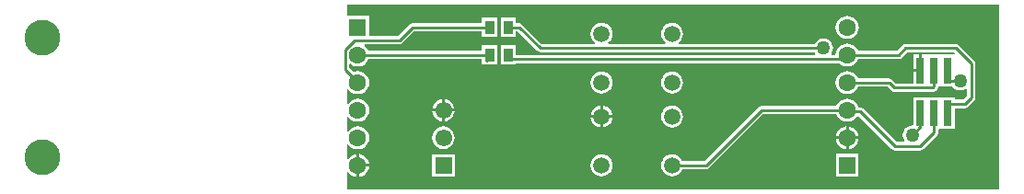
<source format=gtl>
G04*
G04 #@! TF.GenerationSoftware,Altium Limited,Altium Designer,19.0.15 (446)*
G04*
G04 Layer_Physical_Order=1*
G04 Layer_Color=255*
%FSLAX25Y25*%
%MOIN*%
G70*
G01*
G75*
%ADD12C,0.01000*%
%ADD15R,0.02953X0.09449*%
%ADD16R,0.03347X0.05118*%
%ADD26C,0.06102*%
%ADD27R,0.06102X0.06102*%
%ADD28C,0.05906*%
%ADD29C,0.06299*%
%ADD30R,0.06299X0.06299*%
%ADD31C,0.12992*%
%ADD32C,0.05000*%
G36*
X456693Y433071D02*
X220472D01*
Y439304D01*
X220972Y439474D01*
X221450Y438851D01*
X222317Y438186D01*
X223326Y437768D01*
X223909Y437691D01*
Y441811D01*
Y445931D01*
X223326Y445854D01*
X222317Y445436D01*
X221450Y444771D01*
X220972Y444148D01*
X220472Y444318D01*
Y449304D01*
X220972Y449474D01*
X221450Y448851D01*
X222317Y448186D01*
X223326Y447768D01*
X224410Y447626D01*
X225493Y447768D01*
X226502Y448186D01*
X227369Y448851D01*
X228034Y449718D01*
X228452Y450728D01*
X228595Y451811D01*
X228452Y452894D01*
X228034Y453904D01*
X227369Y454771D01*
X226502Y455436D01*
X225493Y455854D01*
X224410Y455996D01*
X223326Y455854D01*
X222317Y455436D01*
X221450Y454771D01*
X220972Y454148D01*
X220472Y454318D01*
Y459304D01*
X220972Y459474D01*
X221450Y458851D01*
X222317Y458186D01*
X223326Y457768D01*
X224410Y457626D01*
X225493Y457768D01*
X226502Y458186D01*
X227369Y458851D01*
X228034Y459718D01*
X228452Y460728D01*
X228595Y461811D01*
X228452Y462894D01*
X228034Y463904D01*
X227369Y464771D01*
X226502Y465436D01*
X225493Y465854D01*
X224410Y465996D01*
X223326Y465854D01*
X222317Y465436D01*
X221450Y464771D01*
X220972Y464148D01*
X220472Y464318D01*
Y469304D01*
X220972Y469474D01*
X221450Y468852D01*
X222317Y468186D01*
X223326Y467768D01*
X224410Y467626D01*
X225493Y467768D01*
X226502Y468186D01*
X227369Y468852D01*
X228034Y469718D01*
X228452Y470728D01*
X228595Y471811D01*
X228452Y472894D01*
X228034Y473904D01*
X227369Y474771D01*
X226502Y475436D01*
X225493Y475854D01*
X224410Y475996D01*
X223326Y475854D01*
X222763Y475621D01*
X221289Y477094D01*
Y478344D01*
X221789Y478591D01*
X222317Y478186D01*
X223326Y477768D01*
X224410Y477626D01*
X225493Y477768D01*
X226502Y478186D01*
X227369Y478852D01*
X228034Y479718D01*
X228268Y480282D01*
X269384D01*
Y479752D01*
X269413Y479604D01*
Y478252D01*
X270766D01*
X270913Y478223D01*
X271061Y478252D01*
X274760D01*
Y485370D01*
X269413D01*
Y483340D01*
X228268D01*
X228034Y483904D01*
X227369Y484771D01*
X226898Y485132D01*
X227068Y485632D01*
X239445D01*
X240030Y485748D01*
X240526Y486080D01*
X244728Y490282D01*
X269413D01*
Y488252D01*
X274760D01*
Y495370D01*
X269413D01*
Y493340D01*
X244094D01*
X243509Y493224D01*
X243013Y492893D01*
X238811Y488691D01*
X228559D01*
Y495961D01*
X220472D01*
Y500000D01*
X456693D01*
Y433071D01*
D02*
G37*
%LPC*%
G36*
X401587Y495996D02*
X400503Y495854D01*
X399494Y495436D01*
X398627Y494771D01*
X397962Y493904D01*
X397544Y492894D01*
X397401Y491811D01*
X397544Y490728D01*
X397962Y489718D01*
X398627Y488851D01*
X399494Y488186D01*
X400503Y487768D01*
X401587Y487626D01*
X402670Y487768D01*
X403679Y488186D01*
X404546Y488851D01*
X405211Y489718D01*
X405629Y490728D01*
X405772Y491811D01*
X405629Y492894D01*
X405211Y493904D01*
X404546Y494771D01*
X403679Y495436D01*
X402670Y495854D01*
X401587Y495996D01*
D02*
G37*
G36*
X281453Y495370D02*
X276106D01*
Y488252D01*
X281453D01*
Y490282D01*
X282300D01*
X289352Y483230D01*
X289848Y482898D01*
X290433Y482782D01*
X389778D01*
X389876Y482546D01*
X390073Y482289D01*
X389852Y481840D01*
X281453D01*
Y485370D01*
X276106D01*
Y478252D01*
X281453D01*
Y478782D01*
X398653D01*
X398705Y478792D01*
X399494Y478186D01*
X400503Y477768D01*
X401587Y477626D01*
X402670Y477768D01*
X403679Y478186D01*
X404546Y478852D01*
X405211Y479718D01*
X405445Y480282D01*
X420175D01*
X420760Y480398D01*
X421257Y480730D01*
X423250Y482723D01*
X440311D01*
X440625Y482409D01*
X440633Y482318D01*
X440304Y481906D01*
X440099Y481906D01*
X436047D01*
X435595Y481906D01*
X435094Y481906D01*
X430594D01*
Y481906D01*
X430547D01*
Y481906D01*
X428571D01*
Y476181D01*
X428071D01*
Y475681D01*
X425595D01*
Y471448D01*
X419333D01*
X417888Y472893D01*
X417392Y473224D01*
X416806Y473340D01*
X405445D01*
X405211Y473904D01*
X404546Y474771D01*
X403679Y475436D01*
X402670Y475854D01*
X401587Y475996D01*
X400503Y475854D01*
X399494Y475436D01*
X398627Y474771D01*
X397962Y473904D01*
X397544Y472894D01*
X397401Y471811D01*
X397544Y470728D01*
X397962Y469718D01*
X398627Y468852D01*
X399494Y468186D01*
X400503Y467768D01*
X401587Y467626D01*
X402670Y467768D01*
X403679Y468186D01*
X404546Y468852D01*
X405211Y469718D01*
X405445Y470282D01*
X416173D01*
X417618Y468837D01*
X418114Y468505D01*
X418699Y468389D01*
X432485D01*
X433070Y468505D01*
X433567Y468837D01*
X434152Y469422D01*
X434484Y469919D01*
X434591Y470457D01*
X435547Y470457D01*
X436047Y470457D01*
X439656D01*
X440004Y470004D01*
X440735Y469443D01*
X441586Y469090D01*
X442500Y468970D01*
X443414Y469090D01*
X444265Y469443D01*
X444522Y469640D01*
X444971Y469419D01*
Y466912D01*
X443663Y465604D01*
X440547D01*
Y466551D01*
X436047D01*
X435595Y466551D01*
X435094Y466551D01*
X430594D01*
Y466551D01*
X430547D01*
Y466551D01*
X425595D01*
Y456613D01*
X425219Y456283D01*
X425197Y456286D01*
X424283Y456166D01*
X423432Y455813D01*
X422701Y455252D01*
X422140Y454521D01*
X421787Y453670D01*
X421667Y452756D01*
X421787Y451842D01*
X422140Y450991D01*
X422337Y450734D01*
X422116Y450285D01*
X419426D01*
X407318Y462393D01*
X406821Y462725D01*
X406236Y462841D01*
X405636D01*
X405629Y462894D01*
X405211Y463904D01*
X404546Y464771D01*
X403679Y465436D01*
X402670Y465854D01*
X401587Y465996D01*
X400503Y465854D01*
X399494Y465436D01*
X398627Y464771D01*
X397962Y463904D01*
X397729Y463340D01*
X370433D01*
X369848Y463224D01*
X369352Y462892D01*
X349800Y443340D01*
X341873D01*
X341681Y443804D01*
X341048Y444630D01*
X340222Y445264D01*
X339260Y445662D01*
X338228Y445798D01*
X337196Y445662D01*
X336235Y445264D01*
X335409Y444630D01*
X334776Y443804D01*
X334377Y442843D01*
X334242Y441811D01*
X334377Y440779D01*
X334776Y439818D01*
X335409Y438992D01*
X336235Y438358D01*
X337196Y437960D01*
X338228Y437824D01*
X339260Y437960D01*
X340222Y438358D01*
X341048Y438992D01*
X341681Y439818D01*
X341873Y440282D01*
X350433D01*
X351018Y440398D01*
X351515Y440730D01*
X371067Y460282D01*
X397729D01*
X397962Y459718D01*
X398627Y458851D01*
X399494Y458186D01*
X400503Y457768D01*
X401587Y457626D01*
X402670Y457768D01*
X403679Y458186D01*
X404546Y458851D01*
X405158Y459649D01*
X405600Y459692D01*
X405700Y459685D01*
X417711Y447675D01*
X418207Y447343D01*
X418792Y447226D01*
X428008D01*
X428593Y447343D01*
X429089Y447675D01*
X434152Y452738D01*
X434484Y453234D01*
X434600Y453819D01*
Y454749D01*
X434954Y455102D01*
X435547Y455102D01*
X436047Y455102D01*
X440547D01*
Y462545D01*
X444296D01*
X444881Y462662D01*
X445377Y462993D01*
X447581Y465197D01*
X447913Y465693D01*
X448029Y466279D01*
Y478697D01*
X447913Y479282D01*
X447581Y479778D01*
X442026Y485333D01*
X441530Y485665D01*
X440945Y485781D01*
X422616D01*
X422031Y485665D01*
X421535Y485333D01*
X419542Y483340D01*
X405445D01*
X405211Y483904D01*
X404546Y484771D01*
X403679Y485436D01*
X402670Y485854D01*
X401587Y485996D01*
X400503Y485854D01*
X399494Y485436D01*
X398627Y484771D01*
X397962Y483904D01*
X397544Y482894D01*
X397405Y481840D01*
X396014D01*
X395793Y482289D01*
X395990Y482546D01*
X396343Y483397D01*
X396463Y484311D01*
X396343Y485225D01*
X395990Y486076D01*
X395429Y486807D01*
X394698Y487368D01*
X393847Y487721D01*
X392933Y487841D01*
X392019Y487721D01*
X391168Y487368D01*
X390437Y486807D01*
X389876Y486076D01*
X389778Y485840D01*
X340738D01*
X340568Y486340D01*
X341048Y486708D01*
X341681Y487534D01*
X342079Y488496D01*
X342215Y489528D01*
X342079Y490559D01*
X341681Y491521D01*
X341048Y492347D01*
X340222Y492980D01*
X339260Y493379D01*
X338228Y493514D01*
X337196Y493379D01*
X336235Y492980D01*
X335409Y492347D01*
X334776Y491521D01*
X334377Y490559D01*
X334242Y489528D01*
X334377Y488496D01*
X334776Y487534D01*
X335409Y486708D01*
X335889Y486340D01*
X335719Y485840D01*
X315147D01*
X314977Y486340D01*
X315457Y486708D01*
X316090Y487534D01*
X316489Y488496D01*
X316625Y489528D01*
X316489Y490559D01*
X316090Y491521D01*
X315457Y492347D01*
X314631Y492980D01*
X313670Y493379D01*
X312638Y493514D01*
X311606Y493379D01*
X310644Y492980D01*
X309819Y492347D01*
X309185Y491521D01*
X308787Y490559D01*
X308651Y489528D01*
X308787Y488496D01*
X309185Y487534D01*
X309819Y486708D01*
X310298Y486340D01*
X310128Y485840D01*
X291067D01*
X284015Y492893D01*
X283518Y493224D01*
X282933Y493340D01*
X281453D01*
Y495370D01*
D02*
G37*
G36*
X427571Y481906D02*
X425595D01*
Y476681D01*
X427571D01*
Y481906D01*
D02*
G37*
G36*
X338228Y475798D02*
X337196Y475662D01*
X336235Y475264D01*
X335409Y474630D01*
X334776Y473804D01*
X334377Y472843D01*
X334242Y471811D01*
X334377Y470779D01*
X334776Y469818D01*
X335409Y468992D01*
X336235Y468358D01*
X337196Y467960D01*
X338228Y467824D01*
X339260Y467960D01*
X340222Y468358D01*
X341048Y468992D01*
X341681Y469818D01*
X342079Y470779D01*
X342215Y471811D01*
X342079Y472843D01*
X341681Y473804D01*
X341048Y474630D01*
X340222Y475264D01*
X339260Y475662D01*
X338228Y475798D01*
D02*
G37*
G36*
X312638D02*
X311606Y475662D01*
X310644Y475264D01*
X309819Y474630D01*
X309185Y473804D01*
X308787Y472843D01*
X308651Y471811D01*
X308787Y470779D01*
X309185Y469818D01*
X309819Y468992D01*
X310644Y468358D01*
X311606Y467960D01*
X312638Y467824D01*
X313670Y467960D01*
X314631Y468358D01*
X315457Y468992D01*
X316090Y469818D01*
X316489Y470779D01*
X316625Y471811D01*
X316489Y472843D01*
X316090Y473804D01*
X315457Y474630D01*
X314631Y475264D01*
X313670Y475662D01*
X312638Y475798D01*
D02*
G37*
G36*
X255933Y465831D02*
Y462311D01*
X259453D01*
X259380Y462869D01*
X258972Y463854D01*
X258322Y464700D01*
X257476Y465350D01*
X256491Y465758D01*
X255933Y465831D01*
D02*
G37*
G36*
X254933Y465831D02*
X254376Y465758D01*
X253390Y465350D01*
X252544Y464700D01*
X251894Y463854D01*
X251486Y462869D01*
X251413Y462311D01*
X254933D01*
Y465831D01*
D02*
G37*
G36*
X313138Y463449D02*
Y460028D01*
X316559D01*
X316489Y460559D01*
X316090Y461521D01*
X315457Y462347D01*
X314631Y462980D01*
X313670Y463379D01*
X313138Y463449D01*
D02*
G37*
G36*
X312138D02*
X311606Y463379D01*
X310644Y462980D01*
X309819Y462347D01*
X309185Y461521D01*
X308787Y460559D01*
X308717Y460028D01*
X312138D01*
Y463449D01*
D02*
G37*
G36*
X259453Y461311D02*
X255933D01*
Y457791D01*
X256491Y457864D01*
X257476Y458272D01*
X258322Y458922D01*
X258972Y459768D01*
X259380Y460753D01*
X259453Y461311D01*
D02*
G37*
G36*
X254933D02*
X251413D01*
X251486Y460753D01*
X251894Y459768D01*
X252544Y458922D01*
X253390Y458272D01*
X254376Y457864D01*
X254933Y457791D01*
Y461311D01*
D02*
G37*
G36*
X316559Y459028D02*
X313138D01*
Y455607D01*
X313670Y455677D01*
X314631Y456075D01*
X315457Y456708D01*
X316090Y457534D01*
X316489Y458496D01*
X316559Y459028D01*
D02*
G37*
G36*
X312138D02*
X308717D01*
X308787Y458496D01*
X309185Y457534D01*
X309819Y456708D01*
X310644Y456075D01*
X311606Y455677D01*
X312138Y455607D01*
Y459028D01*
D02*
G37*
G36*
X338228Y463514D02*
X337196Y463379D01*
X336235Y462980D01*
X335409Y462347D01*
X334776Y461521D01*
X334377Y460559D01*
X334242Y459528D01*
X334377Y458496D01*
X334776Y457534D01*
X335409Y456708D01*
X336235Y456075D01*
X337196Y455677D01*
X338228Y455541D01*
X339260Y455677D01*
X340222Y456075D01*
X341048Y456708D01*
X341681Y457534D01*
X342079Y458496D01*
X342215Y459528D01*
X342079Y460559D01*
X341681Y461521D01*
X341048Y462347D01*
X340222Y462980D01*
X339260Y463379D01*
X338228Y463514D01*
D02*
G37*
G36*
X402087Y455931D02*
Y452311D01*
X405706D01*
X405629Y452894D01*
X405211Y453904D01*
X404546Y454771D01*
X403679Y455436D01*
X402670Y455854D01*
X402087Y455931D01*
D02*
G37*
G36*
X401087Y455931D02*
X400503Y455854D01*
X399494Y455436D01*
X398627Y454771D01*
X397962Y453904D01*
X397544Y452894D01*
X397467Y452311D01*
X401087D01*
Y455931D01*
D02*
G37*
G36*
X255433Y455897D02*
X254376Y455758D01*
X253390Y455350D01*
X252544Y454700D01*
X251894Y453854D01*
X251486Y452869D01*
X251347Y451811D01*
X251486Y450753D01*
X251894Y449768D01*
X252544Y448922D01*
X253390Y448272D01*
X254376Y447864D01*
X255433Y447725D01*
X256491Y447864D01*
X257476Y448272D01*
X258322Y448922D01*
X258972Y449768D01*
X259380Y450753D01*
X259519Y451811D01*
X259380Y452869D01*
X258972Y453854D01*
X258322Y454700D01*
X257476Y455350D01*
X256491Y455758D01*
X255433Y455897D01*
D02*
G37*
G36*
X405706Y451311D02*
X402087D01*
Y447691D01*
X402670Y447768D01*
X403679Y448186D01*
X404546Y448851D01*
X405211Y449718D01*
X405629Y450728D01*
X405706Y451311D01*
D02*
G37*
G36*
X401087D02*
X397467D01*
X397544Y450728D01*
X397962Y449718D01*
X398627Y448851D01*
X399494Y448186D01*
X400503Y447768D01*
X401087Y447691D01*
Y451311D01*
D02*
G37*
G36*
X224909Y445931D02*
Y442311D01*
X228529D01*
X228452Y442894D01*
X228034Y443904D01*
X227369Y444771D01*
X226502Y445436D01*
X225493Y445854D01*
X224909Y445931D01*
D02*
G37*
G36*
X312638Y445798D02*
X311606Y445662D01*
X310644Y445264D01*
X309819Y444630D01*
X309185Y443804D01*
X308787Y442843D01*
X308651Y441811D01*
X308787Y440779D01*
X309185Y439818D01*
X309819Y438992D01*
X310644Y438358D01*
X311606Y437960D01*
X312638Y437824D01*
X313670Y437960D01*
X314631Y438358D01*
X315457Y438992D01*
X316090Y439818D01*
X316489Y440779D01*
X316625Y441811D01*
X316489Y442843D01*
X316090Y443804D01*
X315457Y444630D01*
X314631Y445264D01*
X313670Y445662D01*
X312638Y445798D01*
D02*
G37*
G36*
X259484Y445862D02*
X251382D01*
Y437760D01*
X259484D01*
Y445862D01*
D02*
G37*
G36*
X228529Y441311D02*
X224909D01*
Y437691D01*
X225493Y437768D01*
X226502Y438186D01*
X227369Y438851D01*
X228034Y439718D01*
X228452Y440728D01*
X228529Y441311D01*
D02*
G37*
G36*
X405736Y445961D02*
X397437D01*
Y437661D01*
X405736D01*
Y445961D01*
D02*
G37*
%LPD*%
D12*
X400153Y481811D02*
X420175D01*
X398653Y480311D02*
X400153Y481811D01*
X279953Y480311D02*
X398653D01*
X278780Y481484D02*
X279953Y480311D01*
X278780Y481484D02*
Y481811D01*
X440945Y484252D02*
X446500Y478697D01*
X439047Y472500D02*
X442500D01*
X438071Y473476D02*
X439047Y472500D01*
X444296Y464075D02*
X446500Y466279D01*
Y478697D01*
X439047Y464075D02*
X444296D01*
X438071Y460827D02*
Y463098D01*
X439047Y464075D01*
X438071Y473476D02*
Y476181D01*
X418792Y448756D02*
X428008D01*
X406236Y461312D02*
X418792Y448756D01*
X402086Y461312D02*
X406236D01*
X401587Y461811D02*
X402086Y461312D01*
X428008Y448756D02*
X433071Y453819D01*
Y460827D01*
Y464075D01*
X428025Y455584D02*
Y456647D01*
X428071Y456693D01*
X425197Y452756D02*
X428025Y455584D01*
X428071Y456693D02*
Y460827D01*
X422616Y484252D02*
X440945D01*
X420175Y481811D02*
X422616Y484252D01*
X401587Y471811D02*
X416806D01*
X432485Y469918D02*
X433071Y470504D01*
X418699Y469918D02*
X432485D01*
X416806Y471811D02*
X418699Y469918D01*
X433071Y470504D02*
Y476181D01*
Y476378D01*
X270913Y479752D02*
Y481811D01*
X224410D02*
X270913D01*
X244094Y491811D02*
X272087D01*
X239445Y487161D02*
X244094Y491811D01*
X223184Y487161D02*
X239445D01*
X219760Y483737D02*
X223184Y487161D01*
X219760Y476461D02*
Y483737D01*
Y476461D02*
X223780Y472441D01*
X224228D01*
X224410Y472260D01*
Y471811D02*
Y472260D01*
X224228Y461811D02*
X225433D01*
X400433Y471811D02*
X401587D01*
X370433Y461811D02*
X401587D01*
X350433Y441811D02*
X370433Y461811D01*
X338228Y441811D02*
X350433D01*
X278780Y491811D02*
X282933D01*
X290433Y484311D01*
X392933D01*
X270913Y479752D02*
X272087Y480925D01*
Y481811D01*
D15*
X438071Y476181D02*
D03*
X433071D02*
D03*
X438071Y460827D02*
D03*
X433071D02*
D03*
X428071D02*
D03*
Y476181D02*
D03*
D16*
X278780Y491811D02*
D03*
X272087D02*
D03*
X278780Y481811D02*
D03*
X272087D02*
D03*
D26*
X255433Y461811D02*
D03*
Y451811D02*
D03*
D27*
Y441811D02*
D03*
D28*
X338228Y471811D02*
D03*
Y489528D02*
D03*
X312638Y471811D02*
D03*
Y489528D02*
D03*
X338228Y441811D02*
D03*
Y459528D02*
D03*
X312638Y441811D02*
D03*
Y459528D02*
D03*
D29*
X401587Y481811D02*
D03*
Y471811D02*
D03*
Y461811D02*
D03*
Y451811D02*
D03*
Y491811D02*
D03*
X224410Y451811D02*
D03*
Y461811D02*
D03*
Y471811D02*
D03*
Y481811D02*
D03*
Y441811D02*
D03*
D30*
X401587D02*
D03*
X224410Y491811D02*
D03*
D31*
X110236Y444882D02*
D03*
Y488189D02*
D03*
D32*
X392933Y484311D02*
D03*
X442500Y472500D02*
D03*
X425197Y452756D02*
D03*
M02*

</source>
